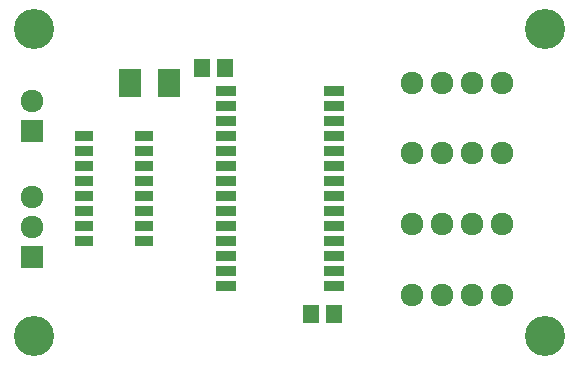
<source format=gts>
%FSLAX46Y46*%
G04 Gerber Fmt 4.6, Leading zero omitted, Abs format (unit mm)*
G04 Created by KiCad (PCBNEW (2014-09-22 BZR 5144)-product) date 10/3/2014 22:36:59*
%MOMM*%
G01*
G04 APERTURE LIST*
%ADD10C,0.100000*%
%ADD11R,1.920000X1.920000*%
%ADD12O,1.920000X1.920000*%
%ADD13R,1.543000X0.908000*%
%ADD14R,1.400000X1.650000*%
%ADD15R,1.924000X2.432000*%
%ADD16C,1.920000*%
%ADD17C,3.400000*%
%ADD18R,1.670000X0.908000*%
G04 APERTURE END LIST*
D10*
D11*
X162000000Y-100070000D03*
D12*
X162000000Y-97530000D03*
D13*
X171540000Y-109445000D03*
X171540000Y-108175000D03*
X171540000Y-106905000D03*
X171540000Y-105635000D03*
X171540000Y-104365000D03*
X171540000Y-103095000D03*
X171540000Y-101825000D03*
X171540000Y-100555000D03*
X166460000Y-100555000D03*
X166460000Y-101825000D03*
X166460000Y-103095000D03*
X166460000Y-104365000D03*
X166460000Y-105635000D03*
X166460000Y-106905000D03*
X166460000Y-108175000D03*
X166460000Y-109445000D03*
D14*
X178400000Y-94800000D03*
X176400000Y-94800000D03*
X185600000Y-115600000D03*
X187600000Y-115600000D03*
D15*
X173651000Y-96000000D03*
X170349000Y-96000000D03*
D11*
X162000000Y-110740000D03*
D16*
X162000000Y-108200000D03*
X162000000Y-105660000D03*
X194190000Y-96000000D03*
X196730000Y-96000000D03*
X199270000Y-96000000D03*
X201810000Y-96000000D03*
X194190000Y-102000000D03*
X196730000Y-102000000D03*
X199270000Y-102000000D03*
X201810000Y-102000000D03*
X194190000Y-108000000D03*
X196730000Y-108000000D03*
X199270000Y-108000000D03*
X201810000Y-108000000D03*
X194190000Y-114000000D03*
X196730000Y-114000000D03*
X199270000Y-114000000D03*
X201810000Y-114000000D03*
D17*
X205486000Y-91440000D03*
X162179000Y-91440000D03*
X162179000Y-117475000D03*
X205486000Y-117475000D03*
D18*
X178428000Y-96745000D03*
X178428000Y-98015000D03*
X178428000Y-99285000D03*
X178428000Y-100555000D03*
X178428000Y-101825000D03*
X178428000Y-103095000D03*
X178428000Y-104365000D03*
X178428000Y-105635000D03*
X178428000Y-106905000D03*
X178428000Y-108175000D03*
X178428000Y-109445000D03*
X178428000Y-110715000D03*
X178428000Y-111985000D03*
X178428000Y-113255000D03*
X187572000Y-113255000D03*
X187572000Y-111985000D03*
X187572000Y-110715000D03*
X187572000Y-109445000D03*
X187572000Y-108175000D03*
X187572000Y-106905000D03*
X187572000Y-105635000D03*
X187572000Y-104365000D03*
X187572000Y-103095000D03*
X187572000Y-101825000D03*
X187572000Y-100555000D03*
X187572000Y-99285000D03*
X187572000Y-98015000D03*
X187572000Y-96745000D03*
M02*

</source>
